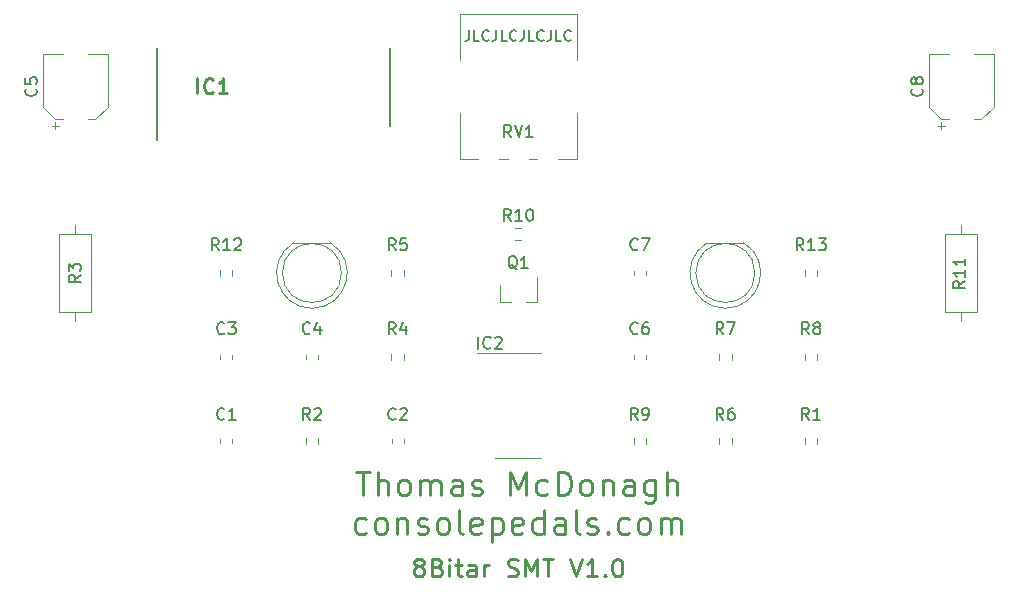
<source format=gbr>
G04 #@! TF.GenerationSoftware,KiCad,Pcbnew,(5.1.7)-1*
G04 #@! TF.CreationDate,2022-04-10T16:59:05-05:00*
G04 #@! TF.ProjectId,ConsolePedal8BitarSMT,436f6e73-6f6c-4655-9065-64616c384269,rev?*
G04 #@! TF.SameCoordinates,Original*
G04 #@! TF.FileFunction,Legend,Top*
G04 #@! TF.FilePolarity,Positive*
%FSLAX46Y46*%
G04 Gerber Fmt 4.6, Leading zero omitted, Abs format (unit mm)*
G04 Created by KiCad (PCBNEW (5.1.7)-1) date 2022-04-10 16:59:05*
%MOMM*%
%LPD*%
G01*
G04 APERTURE LIST*
%ADD10C,0.150000*%
%ADD11C,0.250000*%
%ADD12C,0.120000*%
%ADD13C,0.200000*%
%ADD14C,0.254000*%
G04 APERTURE END LIST*
D10*
X128557857Y-75707142D02*
X128557857Y-76350000D01*
X128515000Y-76478571D01*
X128429285Y-76564285D01*
X128300714Y-76607142D01*
X128215000Y-76607142D01*
X129415000Y-76607142D02*
X128986428Y-76607142D01*
X128986428Y-75707142D01*
X130229285Y-76521428D02*
X130186428Y-76564285D01*
X130057857Y-76607142D01*
X129972142Y-76607142D01*
X129843571Y-76564285D01*
X129757857Y-76478571D01*
X129715000Y-76392857D01*
X129672142Y-76221428D01*
X129672142Y-76092857D01*
X129715000Y-75921428D01*
X129757857Y-75835714D01*
X129843571Y-75750000D01*
X129972142Y-75707142D01*
X130057857Y-75707142D01*
X130186428Y-75750000D01*
X130229285Y-75792857D01*
X130872142Y-75707142D02*
X130872142Y-76350000D01*
X130829285Y-76478571D01*
X130743571Y-76564285D01*
X130615000Y-76607142D01*
X130529285Y-76607142D01*
X131729285Y-76607142D02*
X131300714Y-76607142D01*
X131300714Y-75707142D01*
X132543571Y-76521428D02*
X132500714Y-76564285D01*
X132372142Y-76607142D01*
X132286428Y-76607142D01*
X132157857Y-76564285D01*
X132072142Y-76478571D01*
X132029285Y-76392857D01*
X131986428Y-76221428D01*
X131986428Y-76092857D01*
X132029285Y-75921428D01*
X132072142Y-75835714D01*
X132157857Y-75750000D01*
X132286428Y-75707142D01*
X132372142Y-75707142D01*
X132500714Y-75750000D01*
X132543571Y-75792857D01*
X133186428Y-75707142D02*
X133186428Y-76350000D01*
X133143571Y-76478571D01*
X133057857Y-76564285D01*
X132929285Y-76607142D01*
X132843571Y-76607142D01*
X134043571Y-76607142D02*
X133615000Y-76607142D01*
X133615000Y-75707142D01*
X134857857Y-76521428D02*
X134815000Y-76564285D01*
X134686428Y-76607142D01*
X134600714Y-76607142D01*
X134472142Y-76564285D01*
X134386428Y-76478571D01*
X134343571Y-76392857D01*
X134300714Y-76221428D01*
X134300714Y-76092857D01*
X134343571Y-75921428D01*
X134386428Y-75835714D01*
X134472142Y-75750000D01*
X134600714Y-75707142D01*
X134686428Y-75707142D01*
X134815000Y-75750000D01*
X134857857Y-75792857D01*
X135500714Y-75707142D02*
X135500714Y-76350000D01*
X135457857Y-76478571D01*
X135372142Y-76564285D01*
X135243571Y-76607142D01*
X135157857Y-76607142D01*
X136357857Y-76607142D02*
X135929285Y-76607142D01*
X135929285Y-75707142D01*
X137172142Y-76521428D02*
X137129285Y-76564285D01*
X137000714Y-76607142D01*
X136915000Y-76607142D01*
X136786428Y-76564285D01*
X136700714Y-76478571D01*
X136657857Y-76392857D01*
X136615000Y-76221428D01*
X136615000Y-76092857D01*
X136657857Y-75921428D01*
X136700714Y-75835714D01*
X136786428Y-75750000D01*
X136915000Y-75707142D01*
X137000714Y-75707142D01*
X137129285Y-75750000D01*
X137172142Y-75792857D01*
D11*
X124179285Y-121106428D02*
X124036428Y-121035000D01*
X123964999Y-120963571D01*
X123893571Y-120820714D01*
X123893571Y-120749285D01*
X123964999Y-120606428D01*
X124036428Y-120535000D01*
X124179285Y-120463571D01*
X124464999Y-120463571D01*
X124607857Y-120535000D01*
X124679285Y-120606428D01*
X124750714Y-120749285D01*
X124750714Y-120820714D01*
X124679285Y-120963571D01*
X124607857Y-121035000D01*
X124464999Y-121106428D01*
X124179285Y-121106428D01*
X124036428Y-121177857D01*
X123964999Y-121249285D01*
X123893571Y-121392142D01*
X123893571Y-121677857D01*
X123964999Y-121820714D01*
X124036428Y-121892142D01*
X124179285Y-121963571D01*
X124464999Y-121963571D01*
X124607857Y-121892142D01*
X124679285Y-121820714D01*
X124750714Y-121677857D01*
X124750714Y-121392142D01*
X124679285Y-121249285D01*
X124607857Y-121177857D01*
X124464999Y-121106428D01*
X125893571Y-121177857D02*
X126107857Y-121249285D01*
X126179285Y-121320714D01*
X126250714Y-121463571D01*
X126250714Y-121677857D01*
X126179285Y-121820714D01*
X126107857Y-121892142D01*
X125964999Y-121963571D01*
X125393571Y-121963571D01*
X125393571Y-120463571D01*
X125893571Y-120463571D01*
X126036428Y-120535000D01*
X126107857Y-120606428D01*
X126179285Y-120749285D01*
X126179285Y-120892142D01*
X126107857Y-121035000D01*
X126036428Y-121106428D01*
X125893571Y-121177857D01*
X125393571Y-121177857D01*
X126893571Y-121963571D02*
X126893571Y-120963571D01*
X126893571Y-120463571D02*
X126822142Y-120535000D01*
X126893571Y-120606428D01*
X126964999Y-120535000D01*
X126893571Y-120463571D01*
X126893571Y-120606428D01*
X127393571Y-120963571D02*
X127964999Y-120963571D01*
X127607857Y-120463571D02*
X127607857Y-121749285D01*
X127679285Y-121892142D01*
X127822142Y-121963571D01*
X127964999Y-121963571D01*
X129107857Y-121963571D02*
X129107857Y-121177857D01*
X129036428Y-121035000D01*
X128893571Y-120963571D01*
X128607857Y-120963571D01*
X128464999Y-121035000D01*
X129107857Y-121892142D02*
X128964999Y-121963571D01*
X128607857Y-121963571D01*
X128464999Y-121892142D01*
X128393571Y-121749285D01*
X128393571Y-121606428D01*
X128464999Y-121463571D01*
X128607857Y-121392142D01*
X128964999Y-121392142D01*
X129107857Y-121320714D01*
X129822142Y-121963571D02*
X129822142Y-120963571D01*
X129822142Y-121249285D02*
X129893571Y-121106428D01*
X129964999Y-121035000D01*
X130107857Y-120963571D01*
X130250714Y-120963571D01*
X131822142Y-121892142D02*
X132036428Y-121963571D01*
X132393571Y-121963571D01*
X132536428Y-121892142D01*
X132607857Y-121820714D01*
X132679285Y-121677857D01*
X132679285Y-121535000D01*
X132607857Y-121392142D01*
X132536428Y-121320714D01*
X132393571Y-121249285D01*
X132107857Y-121177857D01*
X131964999Y-121106428D01*
X131893571Y-121035000D01*
X131822142Y-120892142D01*
X131822142Y-120749285D01*
X131893571Y-120606428D01*
X131964999Y-120535000D01*
X132107857Y-120463571D01*
X132464999Y-120463571D01*
X132679285Y-120535000D01*
X133322142Y-121963571D02*
X133322142Y-120463571D01*
X133822142Y-121535000D01*
X134322142Y-120463571D01*
X134322142Y-121963571D01*
X134822142Y-120463571D02*
X135679285Y-120463571D01*
X135250714Y-121963571D02*
X135250714Y-120463571D01*
X137107857Y-120463571D02*
X137607857Y-121963571D01*
X138107857Y-120463571D01*
X139393571Y-121963571D02*
X138536428Y-121963571D01*
X138965000Y-121963571D02*
X138965000Y-120463571D01*
X138822142Y-120677857D01*
X138679285Y-120820714D01*
X138536428Y-120892142D01*
X140036428Y-121820714D02*
X140107857Y-121892142D01*
X140036428Y-121963571D01*
X139965000Y-121892142D01*
X140036428Y-121820714D01*
X140036428Y-121963571D01*
X141036428Y-120463571D02*
X141179285Y-120463571D01*
X141322142Y-120535000D01*
X141393571Y-120606428D01*
X141465000Y-120749285D01*
X141536428Y-121035000D01*
X141536428Y-121392142D01*
X141465000Y-121677857D01*
X141393571Y-121820714D01*
X141322142Y-121892142D01*
X141179285Y-121963571D01*
X141036428Y-121963571D01*
X140893571Y-121892142D01*
X140822142Y-121820714D01*
X140750714Y-121677857D01*
X140679285Y-121392142D01*
X140679285Y-121035000D01*
X140750714Y-120749285D01*
X140822142Y-120606428D01*
X140893571Y-120535000D01*
X141036428Y-120463571D01*
X119000714Y-113103761D02*
X120143571Y-113103761D01*
X119572142Y-115103761D02*
X119572142Y-113103761D01*
X120810238Y-115103761D02*
X120810238Y-113103761D01*
X121667380Y-115103761D02*
X121667380Y-114056142D01*
X121572142Y-113865666D01*
X121381666Y-113770428D01*
X121095952Y-113770428D01*
X120905476Y-113865666D01*
X120810238Y-113960904D01*
X122905476Y-115103761D02*
X122715000Y-115008523D01*
X122619761Y-114913285D01*
X122524523Y-114722809D01*
X122524523Y-114151380D01*
X122619761Y-113960904D01*
X122715000Y-113865666D01*
X122905476Y-113770428D01*
X123191190Y-113770428D01*
X123381666Y-113865666D01*
X123476904Y-113960904D01*
X123572142Y-114151380D01*
X123572142Y-114722809D01*
X123476904Y-114913285D01*
X123381666Y-115008523D01*
X123191190Y-115103761D01*
X122905476Y-115103761D01*
X124429285Y-115103761D02*
X124429285Y-113770428D01*
X124429285Y-113960904D02*
X124524523Y-113865666D01*
X124715000Y-113770428D01*
X125000714Y-113770428D01*
X125191190Y-113865666D01*
X125286428Y-114056142D01*
X125286428Y-115103761D01*
X125286428Y-114056142D02*
X125381666Y-113865666D01*
X125572142Y-113770428D01*
X125857857Y-113770428D01*
X126048333Y-113865666D01*
X126143571Y-114056142D01*
X126143571Y-115103761D01*
X127953095Y-115103761D02*
X127953095Y-114056142D01*
X127857857Y-113865666D01*
X127667380Y-113770428D01*
X127286428Y-113770428D01*
X127095952Y-113865666D01*
X127953095Y-115008523D02*
X127762619Y-115103761D01*
X127286428Y-115103761D01*
X127095952Y-115008523D01*
X127000714Y-114818047D01*
X127000714Y-114627571D01*
X127095952Y-114437095D01*
X127286428Y-114341857D01*
X127762619Y-114341857D01*
X127953095Y-114246619D01*
X128810238Y-115008523D02*
X129000714Y-115103761D01*
X129381666Y-115103761D01*
X129572142Y-115008523D01*
X129667380Y-114818047D01*
X129667380Y-114722809D01*
X129572142Y-114532333D01*
X129381666Y-114437095D01*
X129095952Y-114437095D01*
X128905476Y-114341857D01*
X128810238Y-114151380D01*
X128810238Y-114056142D01*
X128905476Y-113865666D01*
X129095952Y-113770428D01*
X129381666Y-113770428D01*
X129572142Y-113865666D01*
X132048333Y-115103761D02*
X132048333Y-113103761D01*
X132715000Y-114532333D01*
X133381666Y-113103761D01*
X133381666Y-115103761D01*
X135191190Y-115008523D02*
X135000714Y-115103761D01*
X134619761Y-115103761D01*
X134429285Y-115008523D01*
X134334047Y-114913285D01*
X134238809Y-114722809D01*
X134238809Y-114151380D01*
X134334047Y-113960904D01*
X134429285Y-113865666D01*
X134619761Y-113770428D01*
X135000714Y-113770428D01*
X135191190Y-113865666D01*
X136048333Y-115103761D02*
X136048333Y-113103761D01*
X136524523Y-113103761D01*
X136810238Y-113199000D01*
X137000714Y-113389476D01*
X137095952Y-113579952D01*
X137191190Y-113960904D01*
X137191190Y-114246619D01*
X137095952Y-114627571D01*
X137000714Y-114818047D01*
X136810238Y-115008523D01*
X136524523Y-115103761D01*
X136048333Y-115103761D01*
X138334047Y-115103761D02*
X138143571Y-115008523D01*
X138048333Y-114913285D01*
X137953095Y-114722809D01*
X137953095Y-114151380D01*
X138048333Y-113960904D01*
X138143571Y-113865666D01*
X138334047Y-113770428D01*
X138619761Y-113770428D01*
X138810238Y-113865666D01*
X138905476Y-113960904D01*
X139000714Y-114151380D01*
X139000714Y-114722809D01*
X138905476Y-114913285D01*
X138810238Y-115008523D01*
X138619761Y-115103761D01*
X138334047Y-115103761D01*
X139857857Y-113770428D02*
X139857857Y-115103761D01*
X139857857Y-113960904D02*
X139953095Y-113865666D01*
X140143571Y-113770428D01*
X140429285Y-113770428D01*
X140619761Y-113865666D01*
X140715000Y-114056142D01*
X140715000Y-115103761D01*
X142524523Y-115103761D02*
X142524523Y-114056142D01*
X142429285Y-113865666D01*
X142238809Y-113770428D01*
X141857857Y-113770428D01*
X141667380Y-113865666D01*
X142524523Y-115008523D02*
X142334047Y-115103761D01*
X141857857Y-115103761D01*
X141667380Y-115008523D01*
X141572142Y-114818047D01*
X141572142Y-114627571D01*
X141667380Y-114437095D01*
X141857857Y-114341857D01*
X142334047Y-114341857D01*
X142524523Y-114246619D01*
X144334047Y-113770428D02*
X144334047Y-115389476D01*
X144238809Y-115579952D01*
X144143571Y-115675190D01*
X143953095Y-115770428D01*
X143667380Y-115770428D01*
X143476904Y-115675190D01*
X144334047Y-115008523D02*
X144143571Y-115103761D01*
X143762619Y-115103761D01*
X143572142Y-115008523D01*
X143476904Y-114913285D01*
X143381666Y-114722809D01*
X143381666Y-114151380D01*
X143476904Y-113960904D01*
X143572142Y-113865666D01*
X143762619Y-113770428D01*
X144143571Y-113770428D01*
X144334047Y-113865666D01*
X145286428Y-115103761D02*
X145286428Y-113103761D01*
X146143571Y-115103761D02*
X146143571Y-114056142D01*
X146048333Y-113865666D01*
X145857857Y-113770428D01*
X145572142Y-113770428D01*
X145381666Y-113865666D01*
X145286428Y-113960904D01*
X119810238Y-118258523D02*
X119619761Y-118353761D01*
X119238809Y-118353761D01*
X119048333Y-118258523D01*
X118953095Y-118163285D01*
X118857857Y-117972809D01*
X118857857Y-117401380D01*
X118953095Y-117210904D01*
X119048333Y-117115666D01*
X119238809Y-117020428D01*
X119619761Y-117020428D01*
X119810238Y-117115666D01*
X120953095Y-118353761D02*
X120762619Y-118258523D01*
X120667380Y-118163285D01*
X120572142Y-117972809D01*
X120572142Y-117401380D01*
X120667380Y-117210904D01*
X120762619Y-117115666D01*
X120953095Y-117020428D01*
X121238809Y-117020428D01*
X121429285Y-117115666D01*
X121524523Y-117210904D01*
X121619761Y-117401380D01*
X121619761Y-117972809D01*
X121524523Y-118163285D01*
X121429285Y-118258523D01*
X121238809Y-118353761D01*
X120953095Y-118353761D01*
X122476904Y-117020428D02*
X122476904Y-118353761D01*
X122476904Y-117210904D02*
X122572142Y-117115666D01*
X122762619Y-117020428D01*
X123048333Y-117020428D01*
X123238809Y-117115666D01*
X123334047Y-117306142D01*
X123334047Y-118353761D01*
X124191190Y-118258523D02*
X124381666Y-118353761D01*
X124762619Y-118353761D01*
X124953095Y-118258523D01*
X125048333Y-118068047D01*
X125048333Y-117972809D01*
X124953095Y-117782333D01*
X124762619Y-117687095D01*
X124476904Y-117687095D01*
X124286428Y-117591857D01*
X124191190Y-117401380D01*
X124191190Y-117306142D01*
X124286428Y-117115666D01*
X124476904Y-117020428D01*
X124762619Y-117020428D01*
X124953095Y-117115666D01*
X126191190Y-118353761D02*
X126000714Y-118258523D01*
X125905476Y-118163285D01*
X125810238Y-117972809D01*
X125810238Y-117401380D01*
X125905476Y-117210904D01*
X126000714Y-117115666D01*
X126191190Y-117020428D01*
X126476904Y-117020428D01*
X126667380Y-117115666D01*
X126762619Y-117210904D01*
X126857857Y-117401380D01*
X126857857Y-117972809D01*
X126762619Y-118163285D01*
X126667380Y-118258523D01*
X126476904Y-118353761D01*
X126191190Y-118353761D01*
X128000714Y-118353761D02*
X127810238Y-118258523D01*
X127715000Y-118068047D01*
X127715000Y-116353761D01*
X129524523Y-118258523D02*
X129334047Y-118353761D01*
X128953095Y-118353761D01*
X128762619Y-118258523D01*
X128667380Y-118068047D01*
X128667380Y-117306142D01*
X128762619Y-117115666D01*
X128953095Y-117020428D01*
X129334047Y-117020428D01*
X129524523Y-117115666D01*
X129619761Y-117306142D01*
X129619761Y-117496619D01*
X128667380Y-117687095D01*
X130476904Y-117020428D02*
X130476904Y-119020428D01*
X130476904Y-117115666D02*
X130667380Y-117020428D01*
X131048333Y-117020428D01*
X131238809Y-117115666D01*
X131334047Y-117210904D01*
X131429285Y-117401380D01*
X131429285Y-117972809D01*
X131334047Y-118163285D01*
X131238809Y-118258523D01*
X131048333Y-118353761D01*
X130667380Y-118353761D01*
X130476904Y-118258523D01*
X133048333Y-118258523D02*
X132857857Y-118353761D01*
X132476904Y-118353761D01*
X132286428Y-118258523D01*
X132191190Y-118068047D01*
X132191190Y-117306142D01*
X132286428Y-117115666D01*
X132476904Y-117020428D01*
X132857857Y-117020428D01*
X133048333Y-117115666D01*
X133143571Y-117306142D01*
X133143571Y-117496619D01*
X132191190Y-117687095D01*
X134857857Y-118353761D02*
X134857857Y-116353761D01*
X134857857Y-118258523D02*
X134667380Y-118353761D01*
X134286428Y-118353761D01*
X134095952Y-118258523D01*
X134000714Y-118163285D01*
X133905476Y-117972809D01*
X133905476Y-117401380D01*
X134000714Y-117210904D01*
X134095952Y-117115666D01*
X134286428Y-117020428D01*
X134667380Y-117020428D01*
X134857857Y-117115666D01*
X136667380Y-118353761D02*
X136667380Y-117306142D01*
X136572142Y-117115666D01*
X136381666Y-117020428D01*
X136000714Y-117020428D01*
X135810238Y-117115666D01*
X136667380Y-118258523D02*
X136476904Y-118353761D01*
X136000714Y-118353761D01*
X135810238Y-118258523D01*
X135715000Y-118068047D01*
X135715000Y-117877571D01*
X135810238Y-117687095D01*
X136000714Y-117591857D01*
X136476904Y-117591857D01*
X136667380Y-117496619D01*
X137905476Y-118353761D02*
X137715000Y-118258523D01*
X137619761Y-118068047D01*
X137619761Y-116353761D01*
X138572142Y-118258523D02*
X138762619Y-118353761D01*
X139143571Y-118353761D01*
X139334047Y-118258523D01*
X139429285Y-118068047D01*
X139429285Y-117972809D01*
X139334047Y-117782333D01*
X139143571Y-117687095D01*
X138857857Y-117687095D01*
X138667380Y-117591857D01*
X138572142Y-117401380D01*
X138572142Y-117306142D01*
X138667380Y-117115666D01*
X138857857Y-117020428D01*
X139143571Y-117020428D01*
X139334047Y-117115666D01*
X140286428Y-118163285D02*
X140381666Y-118258523D01*
X140286428Y-118353761D01*
X140191190Y-118258523D01*
X140286428Y-118163285D01*
X140286428Y-118353761D01*
X142095952Y-118258523D02*
X141905476Y-118353761D01*
X141524523Y-118353761D01*
X141334047Y-118258523D01*
X141238809Y-118163285D01*
X141143571Y-117972809D01*
X141143571Y-117401380D01*
X141238809Y-117210904D01*
X141334047Y-117115666D01*
X141524523Y-117020428D01*
X141905476Y-117020428D01*
X142095952Y-117115666D01*
X143238809Y-118353761D02*
X143048333Y-118258523D01*
X142953095Y-118163285D01*
X142857857Y-117972809D01*
X142857857Y-117401380D01*
X142953095Y-117210904D01*
X143048333Y-117115666D01*
X143238809Y-117020428D01*
X143524523Y-117020428D01*
X143715000Y-117115666D01*
X143810238Y-117210904D01*
X143905476Y-117401380D01*
X143905476Y-117972809D01*
X143810238Y-118163285D01*
X143715000Y-118258523D01*
X143524523Y-118353761D01*
X143238809Y-118353761D01*
X144762619Y-118353761D02*
X144762619Y-117020428D01*
X144762619Y-117210904D02*
X144857857Y-117115666D01*
X145048333Y-117020428D01*
X145334047Y-117020428D01*
X145524523Y-117115666D01*
X145619761Y-117306142D01*
X145619761Y-118353761D01*
X145619761Y-117306142D02*
X145715000Y-117115666D01*
X145905476Y-117020428D01*
X146191190Y-117020428D01*
X146381666Y-117115666D01*
X146476904Y-117306142D01*
X146476904Y-118353761D01*
D12*
G04 #@! TO.C,D1*
X116795000Y-93710000D02*
X113705000Y-93710000D01*
X117750000Y-96270000D02*
G75*
G03*
X117750000Y-96270000I-2500000J0D01*
G01*
X115249538Y-99260000D02*
G75*
G03*
X116794830Y-93710000I462J2990000D01*
G01*
X115250462Y-99260000D02*
G75*
G02*
X113705170Y-93710000I-462J2990000D01*
G01*
G04 #@! TO.C,D2*
X152750000Y-96270000D02*
G75*
G03*
X152750000Y-96270000I-2500000J0D01*
G01*
X151795000Y-93710000D02*
X148705000Y-93710000D01*
X150250462Y-99260000D02*
G75*
G02*
X148705170Y-93710000I-462J2990000D01*
G01*
X150249538Y-99260000D02*
G75*
G03*
X151794830Y-93710000I462J2990000D01*
G01*
G04 #@! TO.C,R3*
X95215000Y-92230000D02*
X95215000Y-93000000D01*
X95215000Y-100310000D02*
X95215000Y-99540000D01*
X93845000Y-93000000D02*
X93845000Y-99540000D01*
X96585000Y-93000000D02*
X93845000Y-93000000D01*
X96585000Y-99540000D02*
X96585000Y-93000000D01*
X93845000Y-99540000D02*
X96585000Y-99540000D01*
D13*
G04 #@! TO.C,IC1*
X121845000Y-83800000D02*
X121845000Y-77200000D01*
X102155000Y-85035000D02*
X102155000Y-77200000D01*
D12*
G04 #@! TO.C,RV1*
X127745000Y-74380000D02*
X137685000Y-74380000D01*
X136085000Y-86620000D02*
X137685000Y-86620000D01*
X133586000Y-86620000D02*
X134345000Y-86620000D01*
X131086000Y-86620000D02*
X131845000Y-86620000D01*
X127745000Y-86620000D02*
X129344000Y-86620000D01*
X137685000Y-78245000D02*
X137685000Y-74380000D01*
X137685000Y-86620000D02*
X137685000Y-82755000D01*
X127745000Y-78245000D02*
X127745000Y-74380000D01*
X127745000Y-86620000D02*
X127745000Y-82755000D01*
G04 #@! TO.C,C1*
X108510000Y-110359420D02*
X108510000Y-110640580D01*
X107490000Y-110359420D02*
X107490000Y-110640580D01*
G04 #@! TO.C,C2*
X121990000Y-110640580D02*
X121990000Y-110359420D01*
X123010000Y-110640580D02*
X123010000Y-110359420D01*
G04 #@! TO.C,C3*
X107490000Y-103244420D02*
X107490000Y-103525580D01*
X108510000Y-103244420D02*
X108510000Y-103525580D01*
G04 #@! TO.C,C4*
X114740000Y-103525580D02*
X114740000Y-103244420D01*
X115760000Y-103525580D02*
X115760000Y-103244420D01*
G04 #@! TO.C,C5*
X97975000Y-77740000D02*
X96275000Y-77740000D01*
X92455000Y-77740000D02*
X94155000Y-77740000D01*
X92455000Y-82195563D02*
X92455000Y-77740000D01*
X97975000Y-82195563D02*
X97975000Y-77740000D01*
X96910563Y-83260000D02*
X96275000Y-83260000D01*
X93519437Y-83260000D02*
X94155000Y-83260000D01*
X93519437Y-83260000D02*
X92455000Y-82195563D01*
X96910563Y-83260000D02*
X97975000Y-82195563D01*
X93530000Y-84125000D02*
X93530000Y-83500000D01*
X93217500Y-83812500D02*
X93842500Y-83812500D01*
G04 #@! TO.C,C6*
X142490000Y-103244420D02*
X142490000Y-103525580D01*
X143510000Y-103244420D02*
X143510000Y-103525580D01*
G04 #@! TO.C,C7*
X143510000Y-96410580D02*
X143510000Y-96129420D01*
X142490000Y-96410580D02*
X142490000Y-96129420D01*
G04 #@! TO.C,C8*
X168217500Y-83812500D02*
X168842500Y-83812500D01*
X168530000Y-84125000D02*
X168530000Y-83500000D01*
X171910563Y-83260000D02*
X172975000Y-82195563D01*
X168519437Y-83260000D02*
X167455000Y-82195563D01*
X168519437Y-83260000D02*
X169155000Y-83260000D01*
X171910563Y-83260000D02*
X171275000Y-83260000D01*
X172975000Y-82195563D02*
X172975000Y-77740000D01*
X167455000Y-82195563D02*
X167455000Y-77740000D01*
X167455000Y-77740000D02*
X169155000Y-77740000D01*
X172975000Y-77740000D02*
X171275000Y-77740000D01*
G04 #@! TO.C,IC2*
X132715000Y-103065000D02*
X129265000Y-103065000D01*
X132715000Y-103065000D02*
X134665000Y-103065000D01*
X132715000Y-111935000D02*
X130765000Y-111935000D01*
X132715000Y-111935000D02*
X134665000Y-111935000D01*
G04 #@! TO.C,Q1*
X131135000Y-98760000D02*
X131135000Y-97300000D01*
X134295000Y-98760000D02*
X134295000Y-96600000D01*
X134295000Y-98760000D02*
X133365000Y-98760000D01*
X131135000Y-98760000D02*
X132065000Y-98760000D01*
G04 #@! TO.C,R1*
X158022500Y-110737258D02*
X158022500Y-110262742D01*
X156977500Y-110737258D02*
X156977500Y-110262742D01*
G04 #@! TO.C,R2*
X114727500Y-110737258D02*
X114727500Y-110262742D01*
X115772500Y-110737258D02*
X115772500Y-110262742D01*
G04 #@! TO.C,R4*
X121977500Y-103622258D02*
X121977500Y-103147742D01*
X123022500Y-103622258D02*
X123022500Y-103147742D01*
G04 #@! TO.C,R5*
X123022500Y-96032742D02*
X123022500Y-96507258D01*
X121977500Y-96032742D02*
X121977500Y-96507258D01*
G04 #@! TO.C,R6*
X149727500Y-110262742D02*
X149727500Y-110737258D01*
X150772500Y-110262742D02*
X150772500Y-110737258D01*
G04 #@! TO.C,R7*
X149727500Y-103622258D02*
X149727500Y-103147742D01*
X150772500Y-103622258D02*
X150772500Y-103147742D01*
G04 #@! TO.C,R8*
X156977500Y-103147742D02*
X156977500Y-103622258D01*
X158022500Y-103147742D02*
X158022500Y-103622258D01*
G04 #@! TO.C,R9*
X142477500Y-110262742D02*
X142477500Y-110737258D01*
X143522500Y-110262742D02*
X143522500Y-110737258D01*
G04 #@! TO.C,R10*
X132477742Y-93522500D02*
X132952258Y-93522500D01*
X132477742Y-92477500D02*
X132952258Y-92477500D01*
G04 #@! TO.C,R11*
X170215000Y-92230000D02*
X170215000Y-93000000D01*
X170215000Y-100310000D02*
X170215000Y-99540000D01*
X168845000Y-93000000D02*
X168845000Y-99540000D01*
X171585000Y-93000000D02*
X168845000Y-93000000D01*
X171585000Y-99540000D02*
X171585000Y-93000000D01*
X168845000Y-99540000D02*
X171585000Y-99540000D01*
G04 #@! TO.C,R12*
X108522500Y-96507258D02*
X108522500Y-96032742D01*
X107477500Y-96507258D02*
X107477500Y-96032742D01*
G04 #@! TO.C,R13*
X156977500Y-96507258D02*
X156977500Y-96032742D01*
X158022500Y-96507258D02*
X158022500Y-96032742D01*
G04 #@! TO.C,R3*
D10*
X95667380Y-96436666D02*
X95191190Y-96770000D01*
X95667380Y-97008095D02*
X94667380Y-97008095D01*
X94667380Y-96627142D01*
X94715000Y-96531904D01*
X94762619Y-96484285D01*
X94857857Y-96436666D01*
X95000714Y-96436666D01*
X95095952Y-96484285D01*
X95143571Y-96531904D01*
X95191190Y-96627142D01*
X95191190Y-97008095D01*
X94667380Y-96103333D02*
X94667380Y-95484285D01*
X95048333Y-95817619D01*
X95048333Y-95674761D01*
X95095952Y-95579523D01*
X95143571Y-95531904D01*
X95238809Y-95484285D01*
X95476904Y-95484285D01*
X95572142Y-95531904D01*
X95619761Y-95579523D01*
X95667380Y-95674761D01*
X95667380Y-95960476D01*
X95619761Y-96055714D01*
X95572142Y-96103333D01*
G04 #@! TO.C,IC1*
D14*
X105553238Y-81074523D02*
X105553238Y-79804523D01*
X106883714Y-80953571D02*
X106823238Y-81014047D01*
X106641809Y-81074523D01*
X106520857Y-81074523D01*
X106339428Y-81014047D01*
X106218476Y-80893095D01*
X106158000Y-80772142D01*
X106097523Y-80530238D01*
X106097523Y-80348809D01*
X106158000Y-80106904D01*
X106218476Y-79985952D01*
X106339428Y-79865000D01*
X106520857Y-79804523D01*
X106641809Y-79804523D01*
X106823238Y-79865000D01*
X106883714Y-79925476D01*
X108093238Y-81074523D02*
X107367523Y-81074523D01*
X107730380Y-81074523D02*
X107730380Y-79804523D01*
X107609428Y-79985952D01*
X107488476Y-80106904D01*
X107367523Y-80167380D01*
G04 #@! TO.C,RV1*
D10*
X132119761Y-84780380D02*
X131786428Y-84304190D01*
X131548333Y-84780380D02*
X131548333Y-83780380D01*
X131929285Y-83780380D01*
X132024523Y-83828000D01*
X132072142Y-83875619D01*
X132119761Y-83970857D01*
X132119761Y-84113714D01*
X132072142Y-84208952D01*
X132024523Y-84256571D01*
X131929285Y-84304190D01*
X131548333Y-84304190D01*
X132405476Y-83780380D02*
X132738809Y-84780380D01*
X133072142Y-83780380D01*
X133929285Y-84780380D02*
X133357857Y-84780380D01*
X133643571Y-84780380D02*
X133643571Y-83780380D01*
X133548333Y-83923238D01*
X133453095Y-84018476D01*
X133357857Y-84066095D01*
G04 #@! TO.C,C1*
X107833333Y-108607142D02*
X107785714Y-108654761D01*
X107642857Y-108702380D01*
X107547619Y-108702380D01*
X107404761Y-108654761D01*
X107309523Y-108559523D01*
X107261904Y-108464285D01*
X107214285Y-108273809D01*
X107214285Y-108130952D01*
X107261904Y-107940476D01*
X107309523Y-107845238D01*
X107404761Y-107750000D01*
X107547619Y-107702380D01*
X107642857Y-107702380D01*
X107785714Y-107750000D01*
X107833333Y-107797619D01*
X108785714Y-108702380D02*
X108214285Y-108702380D01*
X108500000Y-108702380D02*
X108500000Y-107702380D01*
X108404761Y-107845238D01*
X108309523Y-107940476D01*
X108214285Y-107988095D01*
G04 #@! TO.C,C2*
X122333333Y-108607142D02*
X122285714Y-108654761D01*
X122142857Y-108702380D01*
X122047619Y-108702380D01*
X121904761Y-108654761D01*
X121809523Y-108559523D01*
X121761904Y-108464285D01*
X121714285Y-108273809D01*
X121714285Y-108130952D01*
X121761904Y-107940476D01*
X121809523Y-107845238D01*
X121904761Y-107750000D01*
X122047619Y-107702380D01*
X122142857Y-107702380D01*
X122285714Y-107750000D01*
X122333333Y-107797619D01*
X122714285Y-107797619D02*
X122761904Y-107750000D01*
X122857142Y-107702380D01*
X123095238Y-107702380D01*
X123190476Y-107750000D01*
X123238095Y-107797619D01*
X123285714Y-107892857D01*
X123285714Y-107988095D01*
X123238095Y-108130952D01*
X122666666Y-108702380D01*
X123285714Y-108702380D01*
G04 #@! TO.C,C3*
X107833333Y-101357142D02*
X107785714Y-101404761D01*
X107642857Y-101452380D01*
X107547619Y-101452380D01*
X107404761Y-101404761D01*
X107309523Y-101309523D01*
X107261904Y-101214285D01*
X107214285Y-101023809D01*
X107214285Y-100880952D01*
X107261904Y-100690476D01*
X107309523Y-100595238D01*
X107404761Y-100500000D01*
X107547619Y-100452380D01*
X107642857Y-100452380D01*
X107785714Y-100500000D01*
X107833333Y-100547619D01*
X108166666Y-100452380D02*
X108785714Y-100452380D01*
X108452380Y-100833333D01*
X108595238Y-100833333D01*
X108690476Y-100880952D01*
X108738095Y-100928571D01*
X108785714Y-101023809D01*
X108785714Y-101261904D01*
X108738095Y-101357142D01*
X108690476Y-101404761D01*
X108595238Y-101452380D01*
X108309523Y-101452380D01*
X108214285Y-101404761D01*
X108166666Y-101357142D01*
G04 #@! TO.C,C4*
X115083333Y-101357142D02*
X115035714Y-101404761D01*
X114892857Y-101452380D01*
X114797619Y-101452380D01*
X114654761Y-101404761D01*
X114559523Y-101309523D01*
X114511904Y-101214285D01*
X114464285Y-101023809D01*
X114464285Y-100880952D01*
X114511904Y-100690476D01*
X114559523Y-100595238D01*
X114654761Y-100500000D01*
X114797619Y-100452380D01*
X114892857Y-100452380D01*
X115035714Y-100500000D01*
X115083333Y-100547619D01*
X115940476Y-100785714D02*
X115940476Y-101452380D01*
X115702380Y-100404761D02*
X115464285Y-101119047D01*
X116083333Y-101119047D01*
G04 #@! TO.C,C5*
X91872142Y-80666666D02*
X91919761Y-80714285D01*
X91967380Y-80857142D01*
X91967380Y-80952380D01*
X91919761Y-81095238D01*
X91824523Y-81190476D01*
X91729285Y-81238095D01*
X91538809Y-81285714D01*
X91395952Y-81285714D01*
X91205476Y-81238095D01*
X91110238Y-81190476D01*
X91015000Y-81095238D01*
X90967380Y-80952380D01*
X90967380Y-80857142D01*
X91015000Y-80714285D01*
X91062619Y-80666666D01*
X90967380Y-79761904D02*
X90967380Y-80238095D01*
X91443571Y-80285714D01*
X91395952Y-80238095D01*
X91348333Y-80142857D01*
X91348333Y-79904761D01*
X91395952Y-79809523D01*
X91443571Y-79761904D01*
X91538809Y-79714285D01*
X91776904Y-79714285D01*
X91872142Y-79761904D01*
X91919761Y-79809523D01*
X91967380Y-79904761D01*
X91967380Y-80142857D01*
X91919761Y-80238095D01*
X91872142Y-80285714D01*
G04 #@! TO.C,C6*
X142833333Y-101357142D02*
X142785714Y-101404761D01*
X142642857Y-101452380D01*
X142547619Y-101452380D01*
X142404761Y-101404761D01*
X142309523Y-101309523D01*
X142261904Y-101214285D01*
X142214285Y-101023809D01*
X142214285Y-100880952D01*
X142261904Y-100690476D01*
X142309523Y-100595238D01*
X142404761Y-100500000D01*
X142547619Y-100452380D01*
X142642857Y-100452380D01*
X142785714Y-100500000D01*
X142833333Y-100547619D01*
X143690476Y-100452380D02*
X143500000Y-100452380D01*
X143404761Y-100500000D01*
X143357142Y-100547619D01*
X143261904Y-100690476D01*
X143214285Y-100880952D01*
X143214285Y-101261904D01*
X143261904Y-101357142D01*
X143309523Y-101404761D01*
X143404761Y-101452380D01*
X143595238Y-101452380D01*
X143690476Y-101404761D01*
X143738095Y-101357142D01*
X143785714Y-101261904D01*
X143785714Y-101023809D01*
X143738095Y-100928571D01*
X143690476Y-100880952D01*
X143595238Y-100833333D01*
X143404761Y-100833333D01*
X143309523Y-100880952D01*
X143261904Y-100928571D01*
X143214285Y-101023809D01*
G04 #@! TO.C,C7*
X142833333Y-94257142D02*
X142785714Y-94304761D01*
X142642857Y-94352380D01*
X142547619Y-94352380D01*
X142404761Y-94304761D01*
X142309523Y-94209523D01*
X142261904Y-94114285D01*
X142214285Y-93923809D01*
X142214285Y-93780952D01*
X142261904Y-93590476D01*
X142309523Y-93495238D01*
X142404761Y-93400000D01*
X142547619Y-93352380D01*
X142642857Y-93352380D01*
X142785714Y-93400000D01*
X142833333Y-93447619D01*
X143166666Y-93352380D02*
X143833333Y-93352380D01*
X143404761Y-94352380D01*
G04 #@! TO.C,C8*
X166872142Y-80666666D02*
X166919761Y-80714285D01*
X166967380Y-80857142D01*
X166967380Y-80952380D01*
X166919761Y-81095238D01*
X166824523Y-81190476D01*
X166729285Y-81238095D01*
X166538809Y-81285714D01*
X166395952Y-81285714D01*
X166205476Y-81238095D01*
X166110238Y-81190476D01*
X166015000Y-81095238D01*
X165967380Y-80952380D01*
X165967380Y-80857142D01*
X166015000Y-80714285D01*
X166062619Y-80666666D01*
X166395952Y-80095238D02*
X166348333Y-80190476D01*
X166300714Y-80238095D01*
X166205476Y-80285714D01*
X166157857Y-80285714D01*
X166062619Y-80238095D01*
X166015000Y-80190476D01*
X165967380Y-80095238D01*
X165967380Y-79904761D01*
X166015000Y-79809523D01*
X166062619Y-79761904D01*
X166157857Y-79714285D01*
X166205476Y-79714285D01*
X166300714Y-79761904D01*
X166348333Y-79809523D01*
X166395952Y-79904761D01*
X166395952Y-80095238D01*
X166443571Y-80190476D01*
X166491190Y-80238095D01*
X166586428Y-80285714D01*
X166776904Y-80285714D01*
X166872142Y-80238095D01*
X166919761Y-80190476D01*
X166967380Y-80095238D01*
X166967380Y-79904761D01*
X166919761Y-79809523D01*
X166872142Y-79761904D01*
X166776904Y-79714285D01*
X166586428Y-79714285D01*
X166491190Y-79761904D01*
X166443571Y-79809523D01*
X166395952Y-79904761D01*
G04 #@! TO.C,IC2*
X129325809Y-102672380D02*
X129325809Y-101672380D01*
X130373428Y-102577142D02*
X130325809Y-102624761D01*
X130182952Y-102672380D01*
X130087714Y-102672380D01*
X129944857Y-102624761D01*
X129849619Y-102529523D01*
X129802000Y-102434285D01*
X129754380Y-102243809D01*
X129754380Y-102100952D01*
X129802000Y-101910476D01*
X129849619Y-101815238D01*
X129944857Y-101720000D01*
X130087714Y-101672380D01*
X130182952Y-101672380D01*
X130325809Y-101720000D01*
X130373428Y-101767619D01*
X130754380Y-101767619D02*
X130802000Y-101720000D01*
X130897238Y-101672380D01*
X131135333Y-101672380D01*
X131230571Y-101720000D01*
X131278190Y-101767619D01*
X131325809Y-101862857D01*
X131325809Y-101958095D01*
X131278190Y-102100952D01*
X130706761Y-102672380D01*
X131325809Y-102672380D01*
G04 #@! TO.C,Q1*
X132619761Y-95947619D02*
X132524523Y-95900000D01*
X132429285Y-95804761D01*
X132286428Y-95661904D01*
X132191190Y-95614285D01*
X132095952Y-95614285D01*
X132143571Y-95852380D02*
X132048333Y-95804761D01*
X131953095Y-95709523D01*
X131905476Y-95519047D01*
X131905476Y-95185714D01*
X131953095Y-94995238D01*
X132048333Y-94900000D01*
X132143571Y-94852380D01*
X132334047Y-94852380D01*
X132429285Y-94900000D01*
X132524523Y-94995238D01*
X132572142Y-95185714D01*
X132572142Y-95519047D01*
X132524523Y-95709523D01*
X132429285Y-95804761D01*
X132334047Y-95852380D01*
X132143571Y-95852380D01*
X133524523Y-95852380D02*
X132953095Y-95852380D01*
X133238809Y-95852380D02*
X133238809Y-94852380D01*
X133143571Y-94995238D01*
X133048333Y-95090476D01*
X132953095Y-95138095D01*
G04 #@! TO.C,R1*
X157333333Y-108702380D02*
X157000000Y-108226190D01*
X156761904Y-108702380D02*
X156761904Y-107702380D01*
X157142857Y-107702380D01*
X157238095Y-107750000D01*
X157285714Y-107797619D01*
X157333333Y-107892857D01*
X157333333Y-108035714D01*
X157285714Y-108130952D01*
X157238095Y-108178571D01*
X157142857Y-108226190D01*
X156761904Y-108226190D01*
X158285714Y-108702380D02*
X157714285Y-108702380D01*
X158000000Y-108702380D02*
X158000000Y-107702380D01*
X157904761Y-107845238D01*
X157809523Y-107940476D01*
X157714285Y-107988095D01*
G04 #@! TO.C,R2*
X115083333Y-108702380D02*
X114750000Y-108226190D01*
X114511904Y-108702380D02*
X114511904Y-107702380D01*
X114892857Y-107702380D01*
X114988095Y-107750000D01*
X115035714Y-107797619D01*
X115083333Y-107892857D01*
X115083333Y-108035714D01*
X115035714Y-108130952D01*
X114988095Y-108178571D01*
X114892857Y-108226190D01*
X114511904Y-108226190D01*
X115464285Y-107797619D02*
X115511904Y-107750000D01*
X115607142Y-107702380D01*
X115845238Y-107702380D01*
X115940476Y-107750000D01*
X115988095Y-107797619D01*
X116035714Y-107892857D01*
X116035714Y-107988095D01*
X115988095Y-108130952D01*
X115416666Y-108702380D01*
X116035714Y-108702380D01*
G04 #@! TO.C,R4*
X122333333Y-101452380D02*
X122000000Y-100976190D01*
X121761904Y-101452380D02*
X121761904Y-100452380D01*
X122142857Y-100452380D01*
X122238095Y-100500000D01*
X122285714Y-100547619D01*
X122333333Y-100642857D01*
X122333333Y-100785714D01*
X122285714Y-100880952D01*
X122238095Y-100928571D01*
X122142857Y-100976190D01*
X121761904Y-100976190D01*
X123190476Y-100785714D02*
X123190476Y-101452380D01*
X122952380Y-100404761D02*
X122714285Y-101119047D01*
X123333333Y-101119047D01*
G04 #@! TO.C,R5*
X122333333Y-94352380D02*
X122000000Y-93876190D01*
X121761904Y-94352380D02*
X121761904Y-93352380D01*
X122142857Y-93352380D01*
X122238095Y-93400000D01*
X122285714Y-93447619D01*
X122333333Y-93542857D01*
X122333333Y-93685714D01*
X122285714Y-93780952D01*
X122238095Y-93828571D01*
X122142857Y-93876190D01*
X121761904Y-93876190D01*
X123238095Y-93352380D02*
X122761904Y-93352380D01*
X122714285Y-93828571D01*
X122761904Y-93780952D01*
X122857142Y-93733333D01*
X123095238Y-93733333D01*
X123190476Y-93780952D01*
X123238095Y-93828571D01*
X123285714Y-93923809D01*
X123285714Y-94161904D01*
X123238095Y-94257142D01*
X123190476Y-94304761D01*
X123095238Y-94352380D01*
X122857142Y-94352380D01*
X122761904Y-94304761D01*
X122714285Y-94257142D01*
G04 #@! TO.C,R6*
X150083333Y-108702380D02*
X149750000Y-108226190D01*
X149511904Y-108702380D02*
X149511904Y-107702380D01*
X149892857Y-107702380D01*
X149988095Y-107750000D01*
X150035714Y-107797619D01*
X150083333Y-107892857D01*
X150083333Y-108035714D01*
X150035714Y-108130952D01*
X149988095Y-108178571D01*
X149892857Y-108226190D01*
X149511904Y-108226190D01*
X150940476Y-107702380D02*
X150750000Y-107702380D01*
X150654761Y-107750000D01*
X150607142Y-107797619D01*
X150511904Y-107940476D01*
X150464285Y-108130952D01*
X150464285Y-108511904D01*
X150511904Y-108607142D01*
X150559523Y-108654761D01*
X150654761Y-108702380D01*
X150845238Y-108702380D01*
X150940476Y-108654761D01*
X150988095Y-108607142D01*
X151035714Y-108511904D01*
X151035714Y-108273809D01*
X150988095Y-108178571D01*
X150940476Y-108130952D01*
X150845238Y-108083333D01*
X150654761Y-108083333D01*
X150559523Y-108130952D01*
X150511904Y-108178571D01*
X150464285Y-108273809D01*
G04 #@! TO.C,R7*
X150083333Y-101452380D02*
X149750000Y-100976190D01*
X149511904Y-101452380D02*
X149511904Y-100452380D01*
X149892857Y-100452380D01*
X149988095Y-100500000D01*
X150035714Y-100547619D01*
X150083333Y-100642857D01*
X150083333Y-100785714D01*
X150035714Y-100880952D01*
X149988095Y-100928571D01*
X149892857Y-100976190D01*
X149511904Y-100976190D01*
X150416666Y-100452380D02*
X151083333Y-100452380D01*
X150654761Y-101452380D01*
G04 #@! TO.C,R8*
X157333333Y-101452380D02*
X157000000Y-100976190D01*
X156761904Y-101452380D02*
X156761904Y-100452380D01*
X157142857Y-100452380D01*
X157238095Y-100500000D01*
X157285714Y-100547619D01*
X157333333Y-100642857D01*
X157333333Y-100785714D01*
X157285714Y-100880952D01*
X157238095Y-100928571D01*
X157142857Y-100976190D01*
X156761904Y-100976190D01*
X157904761Y-100880952D02*
X157809523Y-100833333D01*
X157761904Y-100785714D01*
X157714285Y-100690476D01*
X157714285Y-100642857D01*
X157761904Y-100547619D01*
X157809523Y-100500000D01*
X157904761Y-100452380D01*
X158095238Y-100452380D01*
X158190476Y-100500000D01*
X158238095Y-100547619D01*
X158285714Y-100642857D01*
X158285714Y-100690476D01*
X158238095Y-100785714D01*
X158190476Y-100833333D01*
X158095238Y-100880952D01*
X157904761Y-100880952D01*
X157809523Y-100928571D01*
X157761904Y-100976190D01*
X157714285Y-101071428D01*
X157714285Y-101261904D01*
X157761904Y-101357142D01*
X157809523Y-101404761D01*
X157904761Y-101452380D01*
X158095238Y-101452380D01*
X158190476Y-101404761D01*
X158238095Y-101357142D01*
X158285714Y-101261904D01*
X158285714Y-101071428D01*
X158238095Y-100976190D01*
X158190476Y-100928571D01*
X158095238Y-100880952D01*
G04 #@! TO.C,R9*
X142833333Y-108702380D02*
X142500000Y-108226190D01*
X142261904Y-108702380D02*
X142261904Y-107702380D01*
X142642857Y-107702380D01*
X142738095Y-107750000D01*
X142785714Y-107797619D01*
X142833333Y-107892857D01*
X142833333Y-108035714D01*
X142785714Y-108130952D01*
X142738095Y-108178571D01*
X142642857Y-108226190D01*
X142261904Y-108226190D01*
X143309523Y-108702380D02*
X143500000Y-108702380D01*
X143595238Y-108654761D01*
X143642857Y-108607142D01*
X143738095Y-108464285D01*
X143785714Y-108273809D01*
X143785714Y-107892857D01*
X143738095Y-107797619D01*
X143690476Y-107750000D01*
X143595238Y-107702380D01*
X143404761Y-107702380D01*
X143309523Y-107750000D01*
X143261904Y-107797619D01*
X143214285Y-107892857D01*
X143214285Y-108130952D01*
X143261904Y-108226190D01*
X143309523Y-108273809D01*
X143404761Y-108321428D01*
X143595238Y-108321428D01*
X143690476Y-108273809D01*
X143738095Y-108226190D01*
X143785714Y-108130952D01*
G04 #@! TO.C,R10*
X132072142Y-91852380D02*
X131738809Y-91376190D01*
X131500714Y-91852380D02*
X131500714Y-90852380D01*
X131881666Y-90852380D01*
X131976904Y-90900000D01*
X132024523Y-90947619D01*
X132072142Y-91042857D01*
X132072142Y-91185714D01*
X132024523Y-91280952D01*
X131976904Y-91328571D01*
X131881666Y-91376190D01*
X131500714Y-91376190D01*
X133024523Y-91852380D02*
X132453095Y-91852380D01*
X132738809Y-91852380D02*
X132738809Y-90852380D01*
X132643571Y-90995238D01*
X132548333Y-91090476D01*
X132453095Y-91138095D01*
X133643571Y-90852380D02*
X133738809Y-90852380D01*
X133834047Y-90900000D01*
X133881666Y-90947619D01*
X133929285Y-91042857D01*
X133976904Y-91233333D01*
X133976904Y-91471428D01*
X133929285Y-91661904D01*
X133881666Y-91757142D01*
X133834047Y-91804761D01*
X133738809Y-91852380D01*
X133643571Y-91852380D01*
X133548333Y-91804761D01*
X133500714Y-91757142D01*
X133453095Y-91661904D01*
X133405476Y-91471428D01*
X133405476Y-91233333D01*
X133453095Y-91042857D01*
X133500714Y-90947619D01*
X133548333Y-90900000D01*
X133643571Y-90852380D01*
G04 #@! TO.C,R11*
X170539379Y-96971858D02*
X170063189Y-97305191D01*
X170539379Y-97543286D02*
X169539379Y-97543286D01*
X169539379Y-97162334D01*
X169586999Y-97067096D01*
X169634618Y-97019477D01*
X169729856Y-96971858D01*
X169872713Y-96971858D01*
X169967951Y-97019477D01*
X170015570Y-97067096D01*
X170063189Y-97162334D01*
X170063189Y-97543286D01*
X170539379Y-96019477D02*
X170539379Y-96590905D01*
X170539379Y-96305191D02*
X169539379Y-96305191D01*
X169682237Y-96400429D01*
X169777475Y-96495667D01*
X169825094Y-96590905D01*
X170539379Y-95067096D02*
X170539379Y-95638524D01*
X170539379Y-95352810D02*
X169539379Y-95352810D01*
X169682237Y-95448048D01*
X169777475Y-95543286D01*
X169825094Y-95638524D01*
G04 #@! TO.C,R12*
X107357142Y-94352380D02*
X107023809Y-93876190D01*
X106785714Y-94352380D02*
X106785714Y-93352380D01*
X107166666Y-93352380D01*
X107261904Y-93400000D01*
X107309523Y-93447619D01*
X107357142Y-93542857D01*
X107357142Y-93685714D01*
X107309523Y-93780952D01*
X107261904Y-93828571D01*
X107166666Y-93876190D01*
X106785714Y-93876190D01*
X108309523Y-94352380D02*
X107738095Y-94352380D01*
X108023809Y-94352380D02*
X108023809Y-93352380D01*
X107928571Y-93495238D01*
X107833333Y-93590476D01*
X107738095Y-93638095D01*
X108690476Y-93447619D02*
X108738095Y-93400000D01*
X108833333Y-93352380D01*
X109071428Y-93352380D01*
X109166666Y-93400000D01*
X109214285Y-93447619D01*
X109261904Y-93542857D01*
X109261904Y-93638095D01*
X109214285Y-93780952D01*
X108642857Y-94352380D01*
X109261904Y-94352380D01*
G04 #@! TO.C,R13*
X156857142Y-94352380D02*
X156523809Y-93876190D01*
X156285714Y-94352380D02*
X156285714Y-93352380D01*
X156666666Y-93352380D01*
X156761904Y-93400000D01*
X156809523Y-93447619D01*
X156857142Y-93542857D01*
X156857142Y-93685714D01*
X156809523Y-93780952D01*
X156761904Y-93828571D01*
X156666666Y-93876190D01*
X156285714Y-93876190D01*
X157809523Y-94352380D02*
X157238095Y-94352380D01*
X157523809Y-94352380D02*
X157523809Y-93352380D01*
X157428571Y-93495238D01*
X157333333Y-93590476D01*
X157238095Y-93638095D01*
X158142857Y-93352380D02*
X158761904Y-93352380D01*
X158428571Y-93733333D01*
X158571428Y-93733333D01*
X158666666Y-93780952D01*
X158714285Y-93828571D01*
X158761904Y-93923809D01*
X158761904Y-94161904D01*
X158714285Y-94257142D01*
X158666666Y-94304761D01*
X158571428Y-94352380D01*
X158285714Y-94352380D01*
X158190476Y-94304761D01*
X158142857Y-94257142D01*
G04 #@! TD*
M02*

</source>
